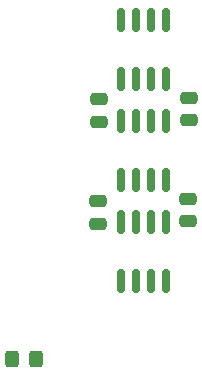
<source format=gtp>
G04 #@! TF.GenerationSoftware,KiCad,Pcbnew,(6.0.6)*
G04 #@! TF.CreationDate,2022-08-29T15:24:00+02:00*
G04 #@! TF.ProjectId,analog-buffer-six-channels,616e616c-6f67-42d6-9275-666665722d73,rev?*
G04 #@! TF.SameCoordinates,Original*
G04 #@! TF.FileFunction,Paste,Top*
G04 #@! TF.FilePolarity,Positive*
%FSLAX46Y46*%
G04 Gerber Fmt 4.6, Leading zero omitted, Abs format (unit mm)*
G04 Created by KiCad (PCBNEW (6.0.6)) date 2022-08-29 15:24:00*
%MOMM*%
%LPD*%
G01*
G04 APERTURE LIST*
G04 Aperture macros list*
%AMRoundRect*
0 Rectangle with rounded corners*
0 $1 Rounding radius*
0 $2 $3 $4 $5 $6 $7 $8 $9 X,Y pos of 4 corners*
0 Add a 4 corners polygon primitive as box body*
4,1,4,$2,$3,$4,$5,$6,$7,$8,$9,$2,$3,0*
0 Add four circle primitives for the rounded corners*
1,1,$1+$1,$2,$3*
1,1,$1+$1,$4,$5*
1,1,$1+$1,$6,$7*
1,1,$1+$1,$8,$9*
0 Add four rect primitives between the rounded corners*
20,1,$1+$1,$2,$3,$4,$5,0*
20,1,$1+$1,$4,$5,$6,$7,0*
20,1,$1+$1,$6,$7,$8,$9,0*
20,1,$1+$1,$8,$9,$2,$3,0*%
G04 Aperture macros list end*
%ADD10RoundRect,0.150000X-0.150000X0.825000X-0.150000X-0.825000X0.150000X-0.825000X0.150000X0.825000X0*%
%ADD11RoundRect,0.250000X-0.475000X0.250000X-0.475000X-0.250000X0.475000X-0.250000X0.475000X0.250000X0*%
%ADD12RoundRect,0.250000X0.475000X-0.250000X0.475000X0.250000X-0.475000X0.250000X-0.475000X-0.250000X0*%
%ADD13RoundRect,0.250000X-0.325000X-0.450000X0.325000X-0.450000X0.325000X0.450000X-0.325000X0.450000X0*%
G04 APERTURE END LIST*
D10*
X70076700Y-45618400D03*
X68806700Y-45618400D03*
X67536700Y-45618400D03*
X66266700Y-45618400D03*
X66266700Y-50568400D03*
X67536700Y-50568400D03*
X68806700Y-50568400D03*
X70076700Y-50568400D03*
D11*
X72009000Y-43652400D03*
X72009000Y-45552400D03*
X71983600Y-52212200D03*
X71983600Y-54112200D03*
D12*
X64363600Y-54300200D03*
X64363600Y-52400200D03*
D10*
X70102100Y-37087000D03*
X68832100Y-37087000D03*
X67562100Y-37087000D03*
X66292100Y-37087000D03*
X66292100Y-42037000D03*
X67562100Y-42037000D03*
X68832100Y-42037000D03*
X70102100Y-42037000D03*
X70102100Y-54167000D03*
X68832100Y-54167000D03*
X67562100Y-54167000D03*
X66292100Y-54167000D03*
X66292100Y-59117000D03*
X67562100Y-59117000D03*
X68832100Y-59117000D03*
X70102100Y-59117000D03*
D13*
X57014000Y-65735200D03*
X59064000Y-65735200D03*
D12*
X64389000Y-45654000D03*
X64389000Y-43754000D03*
M02*

</source>
